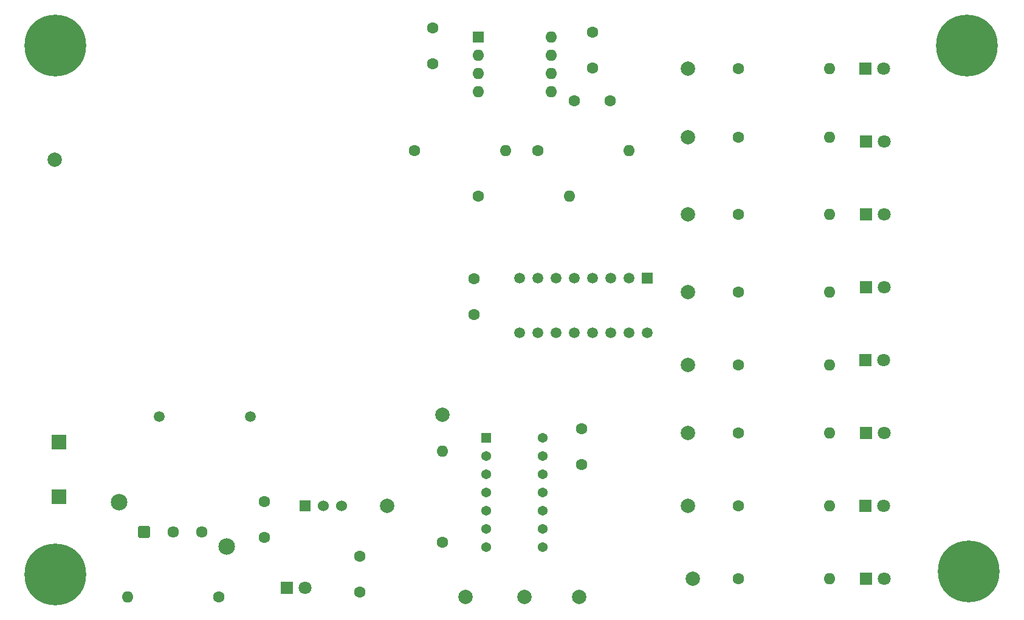
<source format=gts>
%TF.GenerationSoftware,KiCad,Pcbnew,7.0.6*%
%TF.CreationDate,2024-11-05T16:19:31-08:00*%
%TF.ProjectId,LED-Driver,4c45442d-4472-4697-9665-722e6b696361,rev?*%
%TF.SameCoordinates,Original*%
%TF.FileFunction,Soldermask,Top*%
%TF.FilePolarity,Negative*%
%FSLAX46Y46*%
G04 Gerber Fmt 4.6, Leading zero omitted, Abs format (unit mm)*
G04 Created by KiCad (PCBNEW 7.0.6) date 2024-11-05 16:19:31*
%MOMM*%
%LPD*%
G01*
G04 APERTURE LIST*
G04 Aperture macros list*
%AMRoundRect*
0 Rectangle with rounded corners*
0 $1 Rounding radius*
0 $2 $3 $4 $5 $6 $7 $8 $9 X,Y pos of 4 corners*
0 Add a 4 corners polygon primitive as box body*
4,1,4,$2,$3,$4,$5,$6,$7,$8,$9,$2,$3,0*
0 Add four circle primitives for the rounded corners*
1,1,$1+$1,$2,$3*
1,1,$1+$1,$4,$5*
1,1,$1+$1,$6,$7*
1,1,$1+$1,$8,$9*
0 Add four rect primitives between the rounded corners*
20,1,$1+$1,$2,$3,$4,$5,0*
20,1,$1+$1,$4,$5,$6,$7,0*
20,1,$1+$1,$6,$7,$8,$9,0*
20,1,$1+$1,$8,$9,$2,$3,0*%
G04 Aperture macros list end*
%ADD10C,1.600000*%
%ADD11RoundRect,0.102000X-0.585000X-0.585000X0.585000X-0.585000X0.585000X0.585000X-0.585000X0.585000X0*%
%ADD12C,1.374000*%
%ADD13C,0.900000*%
%ADD14C,8.600000*%
%ADD15C,2.000000*%
%ADD16C,1.500000*%
%ADD17O,1.600000X1.600000*%
%ADD18RoundRect,0.102000X0.705000X-0.705000X0.705000X0.705000X-0.705000X0.705000X-0.705000X-0.705000X0*%
%ADD19C,1.614000*%
%ADD20C,2.307000*%
%ADD21R,1.524000X1.524000*%
%ADD22C,1.524000*%
%ADD23R,1.800000X1.800000*%
%ADD24C,1.800000*%
%ADD25R,2.000000X2.000000*%
%ADD26R,1.500000X1.500000*%
%ADD27R,1.600000X1.600000*%
G04 APERTURE END LIST*
D10*
%TO.C,C3*%
X134620000Y-58380000D03*
X134620000Y-53380000D03*
%TD*%
%TO.C,C2*%
X111125000Y-124420000D03*
X111125000Y-119420000D03*
%TD*%
D11*
%TO.C,U3*%
X142035800Y-110490000D03*
D12*
X142035800Y-113030000D03*
X142035800Y-115570000D03*
X142035800Y-118110000D03*
X142035800Y-120650000D03*
X142035800Y-123190000D03*
X142035800Y-125730000D03*
X149975800Y-125730000D03*
X149975800Y-123190000D03*
X149975800Y-120650000D03*
X149975800Y-118110000D03*
X149975800Y-115570000D03*
X149975800Y-113030000D03*
X149975800Y-110490000D03*
%TD*%
D10*
%TO.C,C4*%
X156845000Y-58975000D03*
X156845000Y-53975000D03*
%TD*%
D13*
%TO.C,H3*%
X78805800Y-129540000D03*
X79750381Y-127259581D03*
X79750381Y-131820419D03*
X82030800Y-126315000D03*
D14*
X82030800Y-129540000D03*
D13*
X82030800Y-132765000D03*
X84311219Y-127259581D03*
X84311219Y-131820419D03*
X85255800Y-129540000D03*
%TD*%
D15*
%TO.C,TP17*%
X81915000Y-71755000D03*
%TD*%
%TO.C,TP5*%
X136005800Y-107315000D03*
%TD*%
D16*
%TO.C,J1*%
X96520000Y-107540000D03*
X109220000Y-107540000D03*
%TD*%
D13*
%TO.C,H1*%
X78805800Y-55830000D03*
X79750381Y-53549581D03*
X79750381Y-58110419D03*
X82030800Y-52605000D03*
D14*
X82030800Y-55830000D03*
D13*
X82030800Y-59055000D03*
X84311219Y-53549581D03*
X84311219Y-58110419D03*
X85255800Y-55830000D03*
%TD*%
D15*
%TO.C,TP9*%
X170180000Y-59055000D03*
%TD*%
D10*
%TO.C,R12*%
X177165000Y-109855000D03*
D17*
X189865000Y-109855000D03*
%TD*%
D15*
%TO.C,TP16*%
X170815000Y-130175000D03*
%TD*%
D10*
%TO.C,R2*%
X132080000Y-70485000D03*
D17*
X144780000Y-70485000D03*
%TD*%
D10*
%TO.C,C1*%
X124460000Y-127040000D03*
X124460000Y-132040000D03*
%TD*%
%TO.C,R10*%
X177165000Y-90170000D03*
D17*
X189865000Y-90170000D03*
%TD*%
D15*
%TO.C,TP12*%
X170180000Y-90170000D03*
%TD*%
%TO.C,TP14*%
X170180000Y-109855000D03*
%TD*%
D18*
%TO.C,S1*%
X94425000Y-123655000D03*
D19*
X98425000Y-123655000D03*
X102425000Y-123655000D03*
D20*
X90925000Y-119455000D03*
X105925000Y-125655000D03*
%TD*%
D21*
%TO.C,U1*%
X116840000Y-120015000D03*
D22*
X119380000Y-120015000D03*
X121920000Y-120015000D03*
%TD*%
D23*
%TO.C,D1*%
X114295000Y-131445000D03*
D24*
X116835000Y-131445000D03*
%TD*%
D10*
%TO.C,R1*%
X104775000Y-132715000D03*
D17*
X92075000Y-132715000D03*
%TD*%
D25*
%TO.C,TP3*%
X82550000Y-111125000D03*
%TD*%
D13*
%TO.C,H4*%
X206065400Y-129164600D03*
X207009981Y-126884181D03*
X207009981Y-131445019D03*
X209290400Y-125939600D03*
D14*
X209290400Y-129164600D03*
D13*
X209290400Y-132389600D03*
X211570819Y-126884181D03*
X211570819Y-131445019D03*
X212515400Y-129164600D03*
%TD*%
D15*
%TO.C,TP15*%
X170180000Y-120015000D03*
%TD*%
D13*
%TO.C,H2*%
X205805800Y-55830000D03*
X206750381Y-53549581D03*
X206750381Y-58110419D03*
X209030800Y-52605000D03*
D14*
X209030800Y-55830000D03*
D13*
X209030800Y-59055000D03*
X211311219Y-53549581D03*
X211311219Y-58110419D03*
X212255800Y-55830000D03*
%TD*%
D23*
%TO.C,D2*%
X194940000Y-59055000D03*
D24*
X197480000Y-59055000D03*
%TD*%
D23*
%TO.C,D4*%
X194945000Y-79375000D03*
D24*
X197485000Y-79375000D03*
%TD*%
D26*
%TO.C,U4*%
X164465000Y-88265000D03*
D16*
X161925000Y-88265000D03*
X159385000Y-88265000D03*
X156845000Y-88265000D03*
X154305000Y-88265000D03*
X151765000Y-88265000D03*
X149225000Y-88265000D03*
X146685000Y-88265000D03*
X146685000Y-95885000D03*
X149225000Y-95885000D03*
X151765000Y-95885000D03*
X154305000Y-95885000D03*
X156845000Y-95885000D03*
X159385000Y-95885000D03*
X161925000Y-95885000D03*
X164465000Y-95885000D03*
%TD*%
D23*
%TO.C,D3*%
X194945000Y-69215000D03*
D24*
X197485000Y-69215000D03*
%TD*%
D10*
%TO.C,R9*%
X177165000Y-79375000D03*
D17*
X189865000Y-79375000D03*
%TD*%
D15*
%TO.C,TP13*%
X170180000Y-100330000D03*
%TD*%
D10*
%TO.C,C6*%
X155370800Y-109260000D03*
X155370800Y-114260000D03*
%TD*%
D23*
%TO.C,D5*%
X194945000Y-89535000D03*
D24*
X197485000Y-89535000D03*
%TD*%
D10*
%TO.C,C5*%
X154305000Y-63500000D03*
X159305000Y-63500000D03*
%TD*%
%TO.C,R8*%
X177165000Y-68580000D03*
D17*
X189865000Y-68580000D03*
%TD*%
D15*
%TO.C,TP10*%
X170180000Y-68580000D03*
%TD*%
D23*
%TO.C,D9*%
X194945000Y-130175000D03*
D24*
X197485000Y-130175000D03*
%TD*%
D15*
%TO.C,TP7*%
X147435800Y-132715000D03*
%TD*%
D10*
%TO.C,R4*%
X149225000Y-70485000D03*
D17*
X161925000Y-70485000D03*
%TD*%
D10*
%TO.C,R6*%
X136005800Y-125095000D03*
D17*
X136005800Y-112395000D03*
%TD*%
D15*
%TO.C,TP8*%
X155055800Y-132715000D03*
%TD*%
D10*
%TO.C,R14*%
X177165000Y-130175000D03*
D17*
X189865000Y-130175000D03*
%TD*%
D23*
%TO.C,D8*%
X194940000Y-120015000D03*
D24*
X197480000Y-120015000D03*
%TD*%
D25*
%TO.C,TP1*%
X82550000Y-118745000D03*
%TD*%
D27*
%TO.C,U2*%
X140950000Y-54620000D03*
D17*
X140950000Y-57160000D03*
X140950000Y-59700000D03*
X140950000Y-62240000D03*
X151110000Y-62240000D03*
X151110000Y-59700000D03*
X151110000Y-57160000D03*
X151110000Y-54620000D03*
%TD*%
D10*
%TO.C,C7*%
X140335000Y-93305000D03*
X140335000Y-88305000D03*
%TD*%
D15*
%TO.C,TP6*%
X139180800Y-132715000D03*
%TD*%
%TO.C,TP11*%
X170180000Y-79375000D03*
%TD*%
%TO.C,TP2*%
X128270000Y-120015000D03*
%TD*%
D10*
%TO.C,R7*%
X177165000Y-59055000D03*
D17*
X189865000Y-59055000D03*
%TD*%
D10*
%TO.C,R13*%
X177165000Y-120015000D03*
D17*
X189865000Y-120015000D03*
%TD*%
D10*
%TO.C,R11*%
X177165000Y-100330000D03*
D17*
X189865000Y-100330000D03*
%TD*%
D23*
%TO.C,D7*%
X194945000Y-109855000D03*
D24*
X197485000Y-109855000D03*
%TD*%
D10*
%TO.C,R3*%
X140970000Y-76835000D03*
D17*
X153670000Y-76835000D03*
%TD*%
D23*
%TO.C,D6*%
X194940000Y-99695000D03*
D24*
X197480000Y-99695000D03*
%TD*%
M02*

</source>
